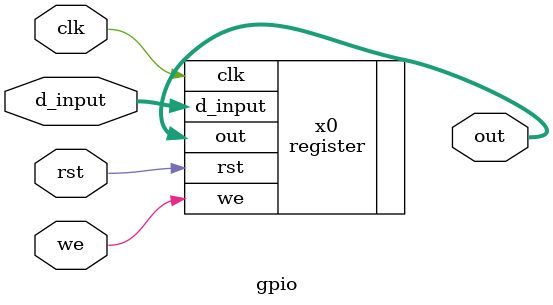
<source format=v>
`timescale 1us/100ns

module gpio(
	input clk,
	input rst,
	input [9:0] d_input,
	input we,
	output[9:0] out
);

register x0  (.d_input(d_input), .we(we),  .clk(clk), .rst(rst), .out(out));

endmodule

</source>
